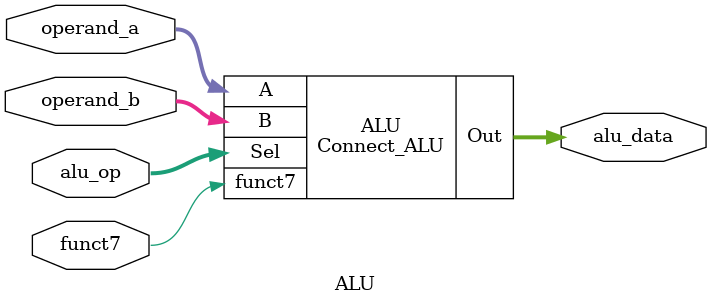
<source format=sv>
`timescale 1ns/1ps
module connect (
    input logic funct7,
    input logic [31:0] A, B,
    output logic [31:0] D0, D1, D2, D3, D4, D5, D6, D7
);
// Khai báo ngõ vào và ngõ ra của các khối
// Khối 0: AddSub
AddSub D0_in (
    .A(A),
    .B(B),
    .D0(D0),
    .sel(funct7)
);
// Khối 1: SLL
SLL D1_in (
   .A(A),
    .B(B),
    .D1(D1)
);
// Khối 2: SLT
SLT D2_in (
   .A(A),
    .B(B),
    .D2(D2)
);
// Khối 3: SLTU
SLTU D3_in (
   .A(A),
    .B(B),
    .D3(D3)
);
// Khối 4: X_OR
X_OR D4_in (
    .A(A),
    .B(B),
    .D4(D4)
);

// Khối 5: SRL_SRA
SRL_SRA D5_in (
    .Sel(funct7),
    .A(A),
    .B(B),
    .D5(D5)
);
// Khối 6: OR_8
OR_8 D6_in (
   .A(A),
    .B(B),
    .D6(D6)
);
// Khối 7: AND_9
AND_9 D7_in (
   .A(A),
    .B(B),
    .D7(D7)
);
endmodule
module Connect_ALU (
    input logic funct7,
    input logic [2:0] Sel,
    input logic [31:0] A, B,
	 output logic [31:0] Out
); 
reg [31:0] D_0, D_1, D_2, D_3, D_4, D_5, D_6, D_7;
	connect data_in(
	 .funct7(funct7),
	 .A(A),
    .B(B),
  .D0(D_0),
  .D1(D_1),
  .D2(D_2),
  .D3(D_3),
  .D4(D_4),
  .D5(D_5),
  .D6(D_6),
  .D7(D_7));
 MUX data_OUT(
    .D0(D_0),
    .Sel(Sel),
   .D1(D_1),
   .D2(D_2),
   .D3(D_3),
   .D4(D_4),
   .D5(D_5),
   .D6(D_6),
   .D7(D_7),
	 .Out(Out));
	 endmodule
module ALU (
    input logic funct7,
    input logic [2:0] alu_op,
    input logic [31:0] operand_a, operand_b,
	 output logic [31:0] alu_data
); 
Connect_ALU ALU(
    .Sel(alu_op),
	 .funct7(funct7),
	 .A(operand_a),
	 .B(operand_b),
	 .Out(alu_data));
endmodule
</source>
